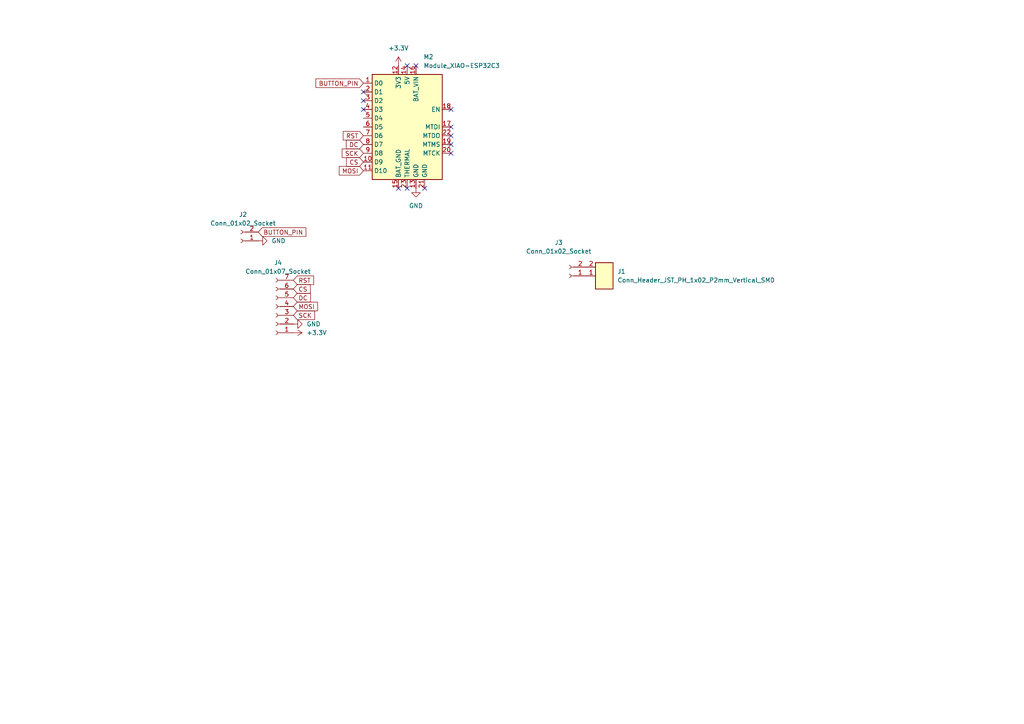
<source format=kicad_sch>
(kicad_sch (version 20231120) (generator "eeschema") (generator_version "8.0")
  (paper "A4")
  (lib_symbols
    (symbol "Connector:Conn_01x02_Socket" (pin_names (offset 1.016) hide)
      (property "Reference" "J" (at 0 2.54 0))
      (property "Value" "Conn_01x02_Socket" (at 0 -5.08 0))
      (symbol "Conn_01x02_Socket_1_1"
        (arc (start 0 -2.032) (mid -0.5058 -2.54) (end 0 -3.048) (stroke (width 0.1524)))
        (polyline (pts (xy -1.27 -2.54) (xy -0.508 -2.54)) (stroke (width 0.1524)))
        (polyline (pts (xy -1.27 0) (xy -0.508 0)) (stroke (width 0.1524)))
        (arc (start 0 0.508) (mid -0.5058 0) (end 0 -0.508) (stroke (width 0.1524)))
        (pin passive line (at -5.08 0 0) (length 3.81) (name "Pin_1") (number "1"))
        (pin passive line (at -5.08 -2.54 0) (length 3.81) (name "Pin_2") (number "2"))
      )
    )
    (symbol "Connector:Conn_01x07_Socket" (pin_names (offset 1.016) hide)
      (property "Reference" "J" (at 0 10.16 0))
      (property "Value" "Conn_01x07_Socket" (at 0 -10.16 0))
      (symbol "Conn_01x07_Socket_1_1"
        (arc (start 0 -7.112) (mid -0.5058 -7.62) (end 0 -8.128) (stroke (width 0.1524)))
        (arc (start 0 -4.572) (mid -0.5058 -5.08) (end 0 -5.588) (stroke (width 0.1524)))
        (arc (start 0 -2.032) (mid -0.5058 -2.54) (end 0 -3.048) (stroke (width 0.1524)))
        (polyline (pts (xy -1.27 -7.62) (xy -0.508 -7.62)) (stroke (width 0.1524)))
        (polyline (pts (xy -1.27 -5.08) (xy -0.508 -5.08)) (stroke (width 0.1524)))
        (polyline (pts (xy -1.27 -2.54) (xy -0.508 -2.54)) (stroke (width 0.1524)))
        (polyline (pts (xy -1.27 0) (xy -0.508 0)) (stroke (width 0.1524)))
        (polyline (pts (xy -1.27 2.54) (xy -0.508 2.54)) (stroke (width 0.1524)))
        (polyline (pts (xy -1.27 5.08) (xy -0.508 5.08)) (stroke (width 0.1524)))
        (polyline (pts (xy -1.27 7.62) (xy -0.508 7.62)) (stroke (width 0.1524)))
        (arc (start 0 0.508) (mid -0.5058 0) (end 0 -0.508) (stroke (width 0.1524)))
        (arc (start 0 3.048) (mid -0.5058 2.54) (end 0 2.032) (stroke (width 0.1524)))
        (arc (start 0 5.588) (mid -0.5058 5.08) (end 0 4.572) (stroke (width 0.1524)))
        (arc (start 0 8.128) (mid -0.5058 7.62) (end 0 7.112) (stroke (width 0.1524)))
        (pin passive line (at -5.08 7.62 0) (length 3.81) (name "Pin_1") (number "1"))
        (pin passive line (at -5.08 5.08 0) (length 3.81) (name "Pin_2") (number "2"))
        (pin passive line (at -5.08 2.54 0) (length 3.81) (name "Pin_3") (number "3"))
        (pin passive line (at -5.08 0 0) (length 3.81) (name "Pin_4") (number "4"))
        (pin passive line (at -5.08 -2.54 0) (length 3.81) (name "Pin_5") (number "5"))
        (pin passive line (at -5.08 -5.08 0) (length 3.81) (name "Pin_6") (number "6"))
        (pin passive line (at -5.08 -7.62 0) (length 3.81) (name "Pin_7") (number "7"))
      )
    )
    (symbol "fab:Conn_Header_JST_PH_1x02_P2mm_Vertical_SMD"
      (property "Reference" "J" (at 0 5.08 0))
      (property "Value" "Conn_Header_JST_PH_1x02_P2mm_Vertical_SMD" (at 0 -5.08 0))
      (symbol "Conn_Header_JST_PH_1x02_P2mm_Vertical_SMD_0_1"
        (rectangle (start -2.54 3.81) (end 2.54 -3.81) (stroke (width 0.254)) (fill (type background)))
      )
      (symbol "Conn_Header_JST_PH_1x02_P2mm_Vertical_SMD_1_1"
        (pin passive line (at 5.08 0 180) (length 2.54) (name "~") (number "1"))
        (pin passive line (at 5.08 -2.54 180) (length 2.54) (name "~") (number "2"))
      )
    )
    (symbol "fab:Module_XIAO-ESP32C3"
      (property "Reference" "M" (at -10.16 16.51 0))
      (property "Value" "Module_XIAO-ESP32C3" (at 3.81 16.51 0))
      (symbol "Module_XIAO-ESP32C3_1_1"
        (rectangle (start -10.16 15.24) (end 10.16 -15.24) (stroke (width 0.254)) (fill (type background)))
        (pin bidirectional line (at -12.7 12.7 0) (length 2.54) (name "D0") (number "1"))
        (pin bidirectional line (at -12.7 -10.16 0) (length 2.54) (name "D9") (number "10"))
        (pin bidirectional line (at -12.7 -12.7 0) (length 2.54) (name "D10") (number "11"))
        (pin power_in line (at -2.54 17.78 270) (length 2.54) (name "3V3") (number "12"))
        (pin power_in line (at 2.54 -17.78 90) (length 2.54) (name "GND") (number "13"))
        (pin power_in line (at 0 17.78 270) (length 2.54) (name "5V") (number "14"))
        (pin power_in line (at -2.54 -17.78 90) (length 2.54) (name "BAT_GND") (number "15"))
        (pin power_in line (at 2.54 17.78 270) (length 2.54) (name "BAT_VIN") (number "16"))
        (pin input line (at 12.7 0 180) (length 2.54) (name "MTDI") (number "17"))
        (pin input line (at 12.7 5.08 180) (length 2.54) (name "EN") (number "18"))
        (pin input line (at 12.7 -5.08 180) (length 2.54) (name "MTMS") (number "19"))
        (pin bidirectional line (at -12.7 10.16 0) (length 2.54) (name "D1") (number "2"))
        (pin input line (at 12.7 -7.62 180) (length 2.54) (name "MTCK") (number "20"))
        (pin power_in line (at 5.08 -17.78 90) (length 2.54) (name "GND") (number "21"))
        (pin output line (at 12.7 -2.54 180) (length 2.54) (name "MTDO") (number "22"))
        (pin power_in line (at 0 -17.78 90) (length 2.54) (name "THERMAL") (number "23"))
        (pin bidirectional line (at -12.7 7.62 0) (length 2.54) (name "D2") (number "3"))
        (pin bidirectional line (at -12.7 5.08 0) (length 2.54) (name "D3") (number "4"))
        (pin bidirectional line (at -12.7 2.54 0) (length 2.54) (name "D4") (number "5"))
        (pin bidirectional line (at -12.7 0 0) (length 2.54) (name "D5") (number "6"))
        (pin bidirectional line (at -12.7 -2.54 0) (length 2.54) (name "D6") (number "7"))
        (pin bidirectional line (at -12.7 -5.08 0) (length 2.54) (name "D7") (number "8"))
        (pin bidirectional line (at -12.7 -7.62 0) (length 2.54) (name "D8") (number "9"))
      )
    )
    (symbol "power:+3.3V" (power) (pin_numbers hide) (pin_names (offset 0) hide)
      (property "Value" "+3.3V" (at 0 3.556 0))
      (symbol "+3.3V_0_1"
        (polyline (pts (xy -0.762 1.27) (xy 0 2.54)))
        (polyline (pts (xy 0 0) (xy 0 2.54)))
        (polyline (pts (xy 0 2.54) (xy 0.762 1.27)))
      )
      (symbol "+3.3V_1_1"
        (pin power_in line (at 0 0 90) (length 0) (name "~") (number "1"))
      )
    )
    (symbol "power:GND" (power) (pin_numbers hide) (pin_names (offset 0) hide)
      (property "Value" "GND" (at 0 -3.81 0))
      (symbol "GND_0_1"
        (polyline (pts (xy 0 0) (xy 0 -1.27) (xy 1.27 -1.27) (xy 0 -2.54) (xy -1.27 -1.27) (xy 0 -1.27)))
      )
      (symbol "GND_1_1"
        (pin power_in line (at 0 0 270) (length 0) (name "~") (number "1"))
      )
    )
  )
  (no_connect (at 123.19 54.61))
  (no_connect (at 130.81 41.91))
  (no_connect (at 105.41 31.75))
  (no_connect (at 118.11 54.61))
  (no_connect (at 118.11 19.05))
  (no_connect (at 105.41 29.21))
  (no_connect (at 130.81 39.37))
  (no_connect (at 105.41 26.67))
  (no_connect (at 130.81 31.75))
  (no_connect (at 115.57 54.61))
  (no_connect (at 130.81 44.45))
  (no_connect (at 130.81 36.83))
  (no_connect (at 120.65 19.05))
  (global_label "SCK" (shape input) (at 105.41 44.45 180) (property "Intersheetrefs" "${INTERSHEET_REFS}" (effects (hide yes))))
  (global_label "CS" (shape input) (at 105.41 46.99 180) (property "Intersheetrefs" "${INTERSHEET_REFS}" (effects (hide yes))))
  (global_label "RST" (shape input) (at 85.09 81.28 0) (property "Intersheetrefs" "${INTERSHEET_REFS}" (effects (hide yes))))
  (global_label "MOSI" (shape input) (at 85.09 88.9 0) (property "Intersheetrefs" "${INTERSHEET_REFS}" (effects (hide yes))))
  (global_label "MOSI" (shape input) (at 105.41 49.53 180) (property "Intersheetrefs" "${INTERSHEET_REFS}" (effects (hide yes))))
  (global_label "BUTTON_PIN" (shape input) (at 74.93 67.31 0) (property "Intersheetrefs" "${INTERSHEET_REFS}" (effects (hide yes))))
  (global_label "DC" (shape input) (at 85.09 86.36 0) (property "Intersheetrefs" "${INTERSHEET_REFS}" (effects (hide yes))))
  (global_label "RST" (shape input) (at 105.41 39.37 180) (property "Intersheetrefs" "${INTERSHEET_REFS}" (effects (hide yes))))
  (global_label "BUTTON_PIN" (shape input) (at 105.41 24.13 180) (property "Intersheetrefs" "${INTERSHEET_REFS}" (effects (hide yes))))
  (global_label "DC" (shape input) (at 105.41 41.91 180) (property "Intersheetrefs" "${INTERSHEET_REFS}" (effects (hide yes))))
  (global_label "CS" (shape input) (at 85.09 83.82 0) (property "Intersheetrefs" "${INTERSHEET_REFS}" (effects (hide yes))))
  (global_label "SCK" (shape input) (at 85.09 91.44 0) (property "Intersheetrefs" "${INTERSHEET_REFS}" (effects (hide yes))))
  (symbol (lib_id "power:+3.3V") (at 115.57 19.05 0) (unit 1)
    (property "Reference" "#PWR06" (effects (hide yes)))
    (property "Value" "+3.3V" (at 115.57 13.97 0))
    (property "Description" "Power symbol creates a global label with name \"+3.3V\"" (effects (hide yes)))
  )
  (symbol (lib_id "Connector:Conn_01x02_Socket") (at 69.85 69.85 180) (unit 1)
    (property "Reference" "J2" (at 70.485 62.23 0))
    (property "Value" "Conn_01x02_Socket" (at 70.485 64.77 0))
    (property "Footprint" "Connector_PinSocket_2.54mm:PinSocket_1x02_P2.54mm_Vertical" (effects (hide yes)))
    (property "Description" "Generic connector, single row, 01x02, script generated" (effects (hide yes)))
  )
  (symbol (lib_id "fab:Module_XIAO-ESP32C3") (at 118.11 36.83 0) (unit 1)
    (property "Reference" "M2" (at 122.8441 16.51 0) (effects (justify left)))
    (property "Value" "Module_XIAO-ESP32C3" (at 122.8441 19.05 0) (effects (justify left)))
    (property "Footprint" "fab:SeeedStudio_XIAO_ESP32C3" (effects (hide yes)))
    (property "Datasheet" "https://wiki.seeedstudio.com/XIAO_ESP32C3_Getting_Started/" (effects (hide yes)))
    (property "Description" "ESP32-C3 Transceiver; 802.11 a/b/g/n (Wi-Fi, WiFi, WLAN), Bluetooth® Smart 4.x Low Energy (BLE) 2.4GHz Evaluation Board" (effects (hide yes)))
  )
  (symbol (lib_id "power:GND") (at 120.65 54.61 0) (unit 1)
    (property "Reference" "#PWR04" (effects (hide yes)))
    (property "Value" "GND" (at 120.65 59.69 0))
    (property "Description" "Power symbol creates a global label with name \"GND\" , ground" (effects (hide yes)))
  )
  (symbol (lib_id "fab:Conn_Header_JST_PH_1x02_P2mm_Vertical_SMD") (at 175.26 80.01 180) (unit 1)
    (property "Reference" "J1" (at 179.07 78.7399 0) (effects (justify right)))
    (property "Value" "Conn_Header_JST_PH_1x02_P2mm_Vertical_SMD" (at 179.07 81.2799 0) (effects (justify right)))
    (property "Footprint" "fab:Header_JST_PH_1x02_P2mm_Vertical_SMD" (effects (hide yes)))
    (property "Datasheet" "https://www.jst-mfg.com/product/pdf/eng/ePH.pdf" (effects (hide yes)))
    (property "Description" "Male JST PH 2 pin connector" (effects (hide yes)))
  )
  (symbol (lib_id "power:GND") (at 85.09 93.98 90) (unit 1)
    (property "Reference" "#PWR02" (effects (hide yes)))
    (property "Value" "GND" (at 88.9 93.9799 90) (effects (justify right)))
    (property "Description" "Power symbol creates a global label with name \"GND\" , ground" (effects (hide yes)))
  )
  (symbol (lib_id "Connector:Conn_01x02_Socket") (at 165.1 80.01 180) (unit 1)
    (property "Reference" "J3" (at 162.052 70.358 0))
    (property "Value" "Conn_01x02_Socket" (at 162.052 72.898 0))
    (property "Footprint" "Connector_PinSocket_2.54mm:PinSocket_1x02_P2.54mm_Vertical" (effects (hide yes)))
    (property "Description" "Generic connector, single row, 01x02, script generated" (effects (hide yes)))
  )
  (symbol (lib_id "power:GND") (at 74.93 69.85 90) (unit 1)
    (property "Reference" "#PWR05" (effects (hide yes)))
    (property "Value" "GND" (at 78.74 69.8499 90) (effects (justify right)))
    (property "Description" "Power symbol creates a global label with name \"GND\" , ground" (effects (hide yes)))
  )
  (symbol (lib_id "power:+3.3V") (at 85.09 96.52 270) (unit 1)
    (property "Reference" "#PWR01" (effects (hide yes)))
    (property "Value" "+3.3V" (at 88.9 96.5199 90) (effects (justify left)))
    (property "Description" "Power symbol creates a global label with name \"+3.3V\"" (effects (hide yes)))
  )
  (symbol (lib_id "Connector:Conn_01x07_Socket") (at 80.01 88.9 180) (unit 1)
    (property "Reference" "J4" (at 80.645 76.2 0))
    (property "Value" "Conn_01x07_Socket" (at 80.645 78.74 0))
    (property "Footprint" "Connector_PinSocket_2.54mm:PinSocket_1x07_P2.54mm_Vertical" (effects (hide yes)))
    (property "Description" "Generic connector, single row, 01x07, script generated" (effects (hide yes)))
  )
)
</source>
